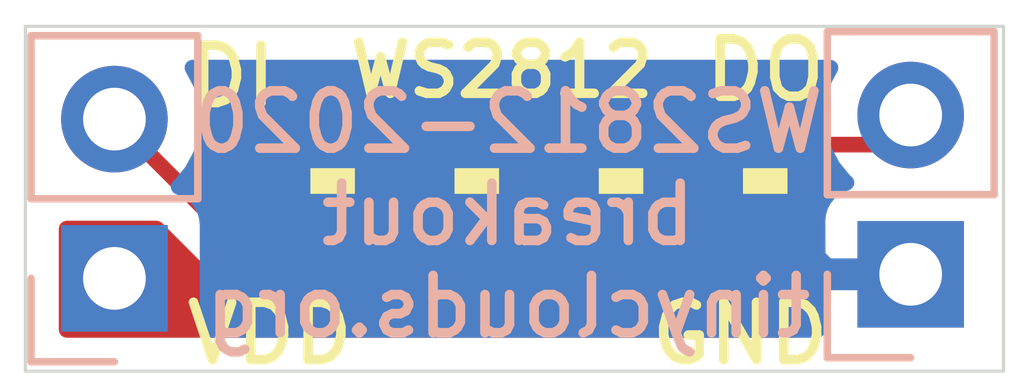
<source format=kicad_pcb>
(kicad_pcb (version 20171130) (host pcbnew "(5.1.4-0-10_14)")

  (general
    (thickness 1.6)
    (drawings 10)
    (tracks 10)
    (zones 0)
    (modules 6)
    (nets 8)
  )

  (page A4)
  (layers
    (0 F.Cu signal)
    (31 B.Cu signal)
    (32 B.Adhes user)
    (33 F.Adhes user)
    (34 B.Paste user)
    (35 F.Paste user)
    (36 B.SilkS user)
    (37 F.SilkS user)
    (38 B.Mask user)
    (39 F.Mask user)
    (40 Dwgs.User user)
    (41 Cmts.User user)
    (42 Eco1.User user)
    (43 Eco2.User user)
    (44 Edge.Cuts user)
    (45 Margin user)
    (46 B.CrtYd user hide)
    (47 F.CrtYd user)
    (48 B.Fab user hide)
    (49 F.Fab user hide)
  )

  (setup
    (last_trace_width 0.25)
    (trace_clearance 0.2)
    (zone_clearance 0.508)
    (zone_45_only no)
    (trace_min 0.2)
    (via_size 0.8)
    (via_drill 0.4)
    (via_min_size 0.4)
    (via_min_drill 0.3)
    (uvia_size 0.3)
    (uvia_drill 0.1)
    (uvias_allowed no)
    (uvia_min_size 0.2)
    (uvia_min_drill 0.1)
    (edge_width 0.05)
    (segment_width 0.2)
    (pcb_text_width 0.3)
    (pcb_text_size 1.5 1.5)
    (mod_edge_width 0.12)
    (mod_text_size 1 1)
    (mod_text_width 0.15)
    (pad_size 1.7 1.7)
    (pad_drill 1)
    (pad_to_mask_clearance 0.051)
    (solder_mask_min_width 0.25)
    (aux_axis_origin 0 0)
    (visible_elements FFFFFF7F)
    (pcbplotparams
      (layerselection 0x010fc_ffffffff)
      (usegerberextensions false)
      (usegerberattributes false)
      (usegerberadvancedattributes false)
      (creategerberjobfile false)
      (excludeedgelayer true)
      (linewidth 0.100000)
      (plotframeref false)
      (viasonmask false)
      (mode 1)
      (useauxorigin false)
      (hpglpennumber 1)
      (hpglpenspeed 20)
      (hpglpendiameter 15.000000)
      (psnegative false)
      (psa4output false)
      (plotreference true)
      (plotvalue true)
      (plotinvisibletext false)
      (padsonsilk false)
      (subtractmaskfromsilk false)
      (outputformat 1)
      (mirror false)
      (drillshape 0)
      (scaleselection 1)
      (outputdirectory "gerber/"))
  )

  (net 0 "")
  (net 1 "Net-(D1-Pad3)")
  (net 2 "Net-(D1-Pad4)")
  (net 3 "Net-(D1-Pad1)")
  (net 4 "Net-(D1-Pad2)")
  (net 5 "Net-(D2-Pad1)")
  (net 6 "Net-(D3-Pad1)")
  (net 7 "Net-(D4-Pad1)")

  (net_class Default "This is the default net class."
    (clearance 0.2)
    (trace_width 0.25)
    (via_dia 0.8)
    (via_drill 0.4)
    (uvia_dia 0.3)
    (uvia_drill 0.1)
    (add_net "Net-(D1-Pad1)")
    (add_net "Net-(D1-Pad2)")
    (add_net "Net-(D1-Pad3)")
    (add_net "Net-(D1-Pad4)")
    (add_net "Net-(D2-Pad1)")
    (add_net "Net-(D3-Pad1)")
    (add_net "Net-(D4-Pad1)")
  )

  (module Connector_PinHeader_2.54mm:PinHeader_1x02_P2.54mm_Vertical (layer B.Cu) (tedit 59FED5CC) (tstamp 5DCE15AC)
    (at 45.72 33.655)
    (descr "Through hole straight pin header, 1x02, 2.54mm pitch, single row")
    (tags "Through hole pin header THT 1x02 2.54mm single row")
    (path /5DD5269B)
    (fp_text reference J2 (at 0 2.77) (layer B.Fab)
      (effects (font (size 1 1) (thickness 0.15)) (justify mirror))
    )
    (fp_text value Conn_01x02 (at 0 -5.31) (layer B.Fab)
      (effects (font (size 1 1) (thickness 0.15)) (justify mirror))
    )
    (fp_text user %R (at 0 -1.27 -90) (layer B.Fab)
      (effects (font (size 1 1) (thickness 0.15)) (justify mirror))
    )
    (fp_line (start 1.8 1.8) (end -1.8 1.8) (layer B.CrtYd) (width 0.05))
    (fp_line (start 1.8 -4.35) (end 1.8 1.8) (layer B.CrtYd) (width 0.05))
    (fp_line (start -1.8 -4.35) (end 1.8 -4.35) (layer B.CrtYd) (width 0.05))
    (fp_line (start -1.8 1.8) (end -1.8 -4.35) (layer B.CrtYd) (width 0.05))
    (fp_line (start -1.33 1.33) (end 0 1.33) (layer B.SilkS) (width 0.12))
    (fp_line (start -1.33 0) (end -1.33 1.33) (layer B.SilkS) (width 0.12))
    (fp_line (start -1.33 -1.27) (end 1.33 -1.27) (layer B.SilkS) (width 0.12))
    (fp_line (start 1.33 -1.27) (end 1.33 -3.87) (layer B.SilkS) (width 0.12))
    (fp_line (start -1.33 -1.27) (end -1.33 -3.87) (layer B.SilkS) (width 0.12))
    (fp_line (start -1.33 -3.87) (end 1.33 -3.87) (layer B.SilkS) (width 0.12))
    (fp_line (start -1.27 0.635) (end -0.635 1.27) (layer B.Fab) (width 0.1))
    (fp_line (start -1.27 -3.81) (end -1.27 0.635) (layer B.Fab) (width 0.1))
    (fp_line (start 1.27 -3.81) (end -1.27 -3.81) (layer B.Fab) (width 0.1))
    (fp_line (start 1.27 1.27) (end 1.27 -3.81) (layer B.Fab) (width 0.1))
    (fp_line (start -0.635 1.27) (end 1.27 1.27) (layer B.Fab) (width 0.1))
    (pad 2 thru_hole oval (at 0 -2.54) (size 1.7 1.7) (drill 1) (layers *.Cu *.Mask)
      (net 7 "Net-(D4-Pad1)"))
    (pad 1 thru_hole rect (at 0 0) (size 1.7 1.7) (drill 1) (layers *.Cu *.Mask)
      (net 4 "Net-(D1-Pad2)"))
    (model ${KISYS3DMOD}/Connector_PinHeader_2.54mm.3dshapes/PinHeader_1x02_P2.54mm_Vertical.wrl
      (at (xyz 0 0 0))
      (scale (xyz 1 1 1))
      (rotate (xyz 0 0 0))
    )
  )

  (module Connector_PinHeader_2.54mm:PinHeader_1x02_P2.54mm_Vertical (layer B.Cu) (tedit 59FED5CC) (tstamp 5DCDDCB3)
    (at 33.02 33.72)
    (descr "Through hole straight pin header, 1x02, 2.54mm pitch, single row")
    (tags "Through hole pin header THT 1x02 2.54mm single row")
    (path /5DD51DC0)
    (fp_text reference J1 (at 0 2.77) (layer B.Fab)
      (effects (font (size 1 1) (thickness 0.15)) (justify mirror))
    )
    (fp_text value Conn_01x02 (at 0 -5.31) (layer B.Fab)
      (effects (font (size 1 1) (thickness 0.15)) (justify mirror))
    )
    (fp_text user %R (at 0 -1.27 -90) (layer B.Fab)
      (effects (font (size 1 1) (thickness 0.15)) (justify mirror))
    )
    (fp_line (start 1.8 1.8) (end -1.8 1.8) (layer B.CrtYd) (width 0.05))
    (fp_line (start 1.8 -4.35) (end 1.8 1.8) (layer B.CrtYd) (width 0.05))
    (fp_line (start -1.8 -4.35) (end 1.8 -4.35) (layer B.CrtYd) (width 0.05))
    (fp_line (start -1.8 1.8) (end -1.8 -4.35) (layer B.CrtYd) (width 0.05))
    (fp_line (start -1.33 1.33) (end 0 1.33) (layer B.SilkS) (width 0.12))
    (fp_line (start -1.33 0) (end -1.33 1.33) (layer B.SilkS) (width 0.12))
    (fp_line (start -1.33 -1.27) (end 1.33 -1.27) (layer B.SilkS) (width 0.12))
    (fp_line (start 1.33 -1.27) (end 1.33 -3.87) (layer B.SilkS) (width 0.12))
    (fp_line (start -1.33 -1.27) (end -1.33 -3.87) (layer B.SilkS) (width 0.12))
    (fp_line (start -1.33 -3.87) (end 1.33 -3.87) (layer B.SilkS) (width 0.12))
    (fp_line (start -1.27 0.635) (end -0.635 1.27) (layer B.Fab) (width 0.1))
    (fp_line (start -1.27 -3.81) (end -1.27 0.635) (layer B.Fab) (width 0.1))
    (fp_line (start 1.27 -3.81) (end -1.27 -3.81) (layer B.Fab) (width 0.1))
    (fp_line (start 1.27 1.27) (end 1.27 -3.81) (layer B.Fab) (width 0.1))
    (fp_line (start -0.635 1.27) (end 1.27 1.27) (layer B.Fab) (width 0.1))
    (pad 2 thru_hole oval (at 0 -2.54) (size 1.7 1.7) (drill 1) (layers *.Cu *.Mask)
      (net 1 "Net-(D1-Pad3)"))
    (pad 1 thru_hole rect (at 0 0) (size 1.7 1.7) (drill 1) (layers *.Cu *.Mask)
      (net 2 "Net-(D1-Pad4)"))
    (model ${KISYS3DMOD}/Connector_PinHeader_2.54mm.3dshapes/PinHeader_1x02_P2.54mm_Vertical.wrl
      (at (xyz 0 0 0))
      (scale (xyz 1 1 1))
      (rotate (xyz 0 0 0))
    )
  )

  (module LED_SMD:WS2812-2020-2.00mmx2.20mm (layer F.Cu) (tedit 5DCDCE00) (tstamp 5DCE155E)
    (at 37.25 33.767 90)
    (path /5DD39655)
    (fp_text reference D2 (at 4.95 1.2 90) (layer F.Fab)
      (effects (font (size 1 1) (thickness 0.15)))
    )
    (fp_text value WS2812-2020 (at 0.95 3.16 90) (layer F.Fab)
      (effects (font (size 1 1) (thickness 0.15)))
    )
    (fp_line (start -0.1 -0.1) (end 2.63 -0.1) (layer F.CrtYd) (width 0.1))
    (fp_line (start -0.1 2.1) (end 2.63 2.1) (layer F.CrtYd) (width 0.1))
    (fp_line (start 2.63 -0.1) (end 2.63 2.1) (layer F.CrtYd) (width 0.1))
    (fp_line (start -0.1 -0.1) (end -0.1 2.1) (layer F.CrtYd) (width 0.1))
    (fp_poly (pts (xy 1.4 1.9) (xy 1.8 1.9) (xy 1.8 1.2) (xy 1.4 1.2)) (layer F.SilkS) (width 0.01))
    (fp_line (start 0.15 2) (end 2.35 2) (layer F.Fab) (width 0.01))
    (fp_line (start 0.15 0.01) (end 0.15 2) (layer F.Fab) (width 0.01))
    (fp_line (start 2.35 0.01) (end 0.15 0.01) (layer F.Fab) (width 0.01))
    (fp_line (start 2.35 2) (end 2.35 0.01) (layer F.Fab) (width 0.01))
    (pad 3 smd rect (at 0.35 0.45 90) (size 0.7 0.7) (layers F.Cu F.Paste F.Mask)
      (net 3 "Net-(D1-Pad1)"))
    (pad 4 smd rect (at 0.35 1.55 90) (size 0.7 0.7) (layers F.Cu F.Paste F.Mask)
      (net 2 "Net-(D1-Pad4)"))
    (pad 1 smd rect (at 2.18 1.55 90) (size 0.7 0.7) (layers F.Cu F.Paste F.Mask)
      (net 5 "Net-(D2-Pad1)"))
    (pad 2 smd rect (at 2.18 0.45 90) (size 0.7 0.7) (layers F.Cu F.Paste F.Mask)
      (net 4 "Net-(D1-Pad2)"))
  )

  (module LED_SMD:WS2812-2020-2.00mmx2.20mm (layer F.Cu) (tedit 5DCDCE00) (tstamp 5DCE154D)
    (at 34.95 33.767 90)
    (path /5DD38BD1)
    (fp_text reference D1 (at 4.95 1.2 90) (layer F.Fab)
      (effects (font (size 1 1) (thickness 0.15)))
    )
    (fp_text value WS2812-2020 (at 0.95 3.16 90) (layer F.Fab)
      (effects (font (size 1 1) (thickness 0.15)))
    )
    (fp_line (start -0.1 -0.1) (end 2.63 -0.1) (layer F.CrtYd) (width 0.1))
    (fp_line (start -0.1 2.1) (end 2.63 2.1) (layer F.CrtYd) (width 0.1))
    (fp_line (start 2.63 -0.1) (end 2.63 2.1) (layer F.CrtYd) (width 0.1))
    (fp_line (start -0.1 -0.1) (end -0.1 2.1) (layer F.CrtYd) (width 0.1))
    (fp_poly (pts (xy 1.4 1.9) (xy 1.8 1.9) (xy 1.8 1.2) (xy 1.4 1.2)) (layer F.SilkS) (width 0.01))
    (fp_line (start 0.15 2) (end 2.35 2) (layer F.Fab) (width 0.01))
    (fp_line (start 0.15 0.01) (end 0.15 2) (layer F.Fab) (width 0.01))
    (fp_line (start 2.35 0.01) (end 0.15 0.01) (layer F.Fab) (width 0.01))
    (fp_line (start 2.35 2) (end 2.35 0.01) (layer F.Fab) (width 0.01))
    (pad 3 smd rect (at 0.35 0.45 90) (size 0.7 0.7) (layers F.Cu F.Paste F.Mask)
      (net 1 "Net-(D1-Pad3)"))
    (pad 4 smd rect (at 0.35 1.55 90) (size 0.7 0.7) (layers F.Cu F.Paste F.Mask)
      (net 2 "Net-(D1-Pad4)"))
    (pad 1 smd rect (at 2.18 1.55 90) (size 0.7 0.7) (layers F.Cu F.Paste F.Mask)
      (net 3 "Net-(D1-Pad1)"))
    (pad 2 smd rect (at 2.18 0.45 90) (size 0.7 0.7) (layers F.Cu F.Paste F.Mask)
      (net 4 "Net-(D1-Pad2)"))
  )

  (module LED_SMD:WS2812-2020-2.00mmx2.20mm (layer F.Cu) (tedit 5DCDCE00) (tstamp 5DCDDC66)
    (at 41.85 33.767 90)
    (path /5DD3CD57)
    (fp_text reference D4 (at 4.95 1.2 90) (layer F.Fab)
      (effects (font (size 1 1) (thickness 0.15)))
    )
    (fp_text value WS2812-2020 (at 0.95 3.16 90) (layer F.Fab)
      (effects (font (size 1 1) (thickness 0.15)))
    )
    (fp_line (start -0.1 -0.1) (end 2.63 -0.1) (layer F.CrtYd) (width 0.1))
    (fp_line (start -0.1 2.1) (end 2.63 2.1) (layer F.CrtYd) (width 0.1))
    (fp_line (start 2.63 -0.1) (end 2.63 2.1) (layer F.CrtYd) (width 0.1))
    (fp_line (start -0.1 -0.1) (end -0.1 2.1) (layer F.CrtYd) (width 0.1))
    (fp_poly (pts (xy 1.4 1.9) (xy 1.8 1.9) (xy 1.8 1.2) (xy 1.4 1.2)) (layer F.SilkS) (width 0.01))
    (fp_line (start 0.15 2) (end 2.35 2) (layer F.Fab) (width 0.01))
    (fp_line (start 0.15 0.01) (end 0.15 2) (layer F.Fab) (width 0.01))
    (fp_line (start 2.35 0.01) (end 0.15 0.01) (layer F.Fab) (width 0.01))
    (fp_line (start 2.35 2) (end 2.35 0.01) (layer F.Fab) (width 0.01))
    (pad 3 smd rect (at 0.35 0.45 90) (size 0.7 0.7) (layers F.Cu F.Paste F.Mask)
      (net 6 "Net-(D3-Pad1)"))
    (pad 4 smd rect (at 0.35 1.55 90) (size 0.7 0.7) (layers F.Cu F.Paste F.Mask)
      (net 2 "Net-(D1-Pad4)"))
    (pad 1 smd rect (at 2.18 1.55 90) (size 0.7 0.7) (layers F.Cu F.Paste F.Mask)
      (net 7 "Net-(D4-Pad1)"))
    (pad 2 smd rect (at 2.18 0.45 90) (size 0.7 0.7) (layers F.Cu F.Paste F.Mask)
      (net 4 "Net-(D1-Pad2)"))
  )

  (module LED_SMD:WS2812-2020-2.00mmx2.20mm (layer F.Cu) (tedit 5DCDCE00) (tstamp 5DCDDC23)
    (at 39.55 33.767 90)
    (path /5DD3CD51)
    (fp_text reference D3 (at 4.95 1.2 90) (layer F.Fab)
      (effects (font (size 1 1) (thickness 0.15)))
    )
    (fp_text value WS2812-2020 (at 0.95 3.16 90) (layer F.Fab)
      (effects (font (size 1 1) (thickness 0.15)))
    )
    (fp_line (start -0.1 -0.1) (end 2.63 -0.1) (layer F.CrtYd) (width 0.1))
    (fp_line (start -0.1 2.1) (end 2.63 2.1) (layer F.CrtYd) (width 0.1))
    (fp_line (start 2.63 -0.1) (end 2.63 2.1) (layer F.CrtYd) (width 0.1))
    (fp_line (start -0.1 -0.1) (end -0.1 2.1) (layer F.CrtYd) (width 0.1))
    (fp_poly (pts (xy 1.4 1.9) (xy 1.8 1.9) (xy 1.8 1.2) (xy 1.4 1.2)) (layer F.SilkS) (width 0.01))
    (fp_line (start 0.15 2) (end 2.35 2) (layer F.Fab) (width 0.01))
    (fp_line (start 0.15 0.01) (end 0.15 2) (layer F.Fab) (width 0.01))
    (fp_line (start 2.35 0.01) (end 0.15 0.01) (layer F.Fab) (width 0.01))
    (fp_line (start 2.35 2) (end 2.35 0.01) (layer F.Fab) (width 0.01))
    (pad 3 smd rect (at 0.35 0.45 90) (size 0.7 0.7) (layers F.Cu F.Paste F.Mask)
      (net 5 "Net-(D2-Pad1)"))
    (pad 4 smd rect (at 0.35 1.55 90) (size 0.7 0.7) (layers F.Cu F.Paste F.Mask)
      (net 2 "Net-(D1-Pad4)"))
    (pad 1 smd rect (at 2.18 1.55 90) (size 0.7 0.7) (layers F.Cu F.Paste F.Mask)
      (net 6 "Net-(D3-Pad1)"))
    (pad 2 smd rect (at 2.18 0.45 90) (size 0.7 0.7) (layers F.Cu F.Paste F.Mask)
      (net 4 "Net-(D1-Pad2)"))
  )

  (gr_text "WS2812-2020\nbreakout\ntinyclouds.org" (at 39.3 32.7) (layer B.SilkS)
    (effects (font (size 0.9144 0.9144) (thickness 0.1524)) (justify mirror))
  )
  (gr_line (start 31.6 29.7) (end 31.6 35.2) (layer Edge.Cuts) (width 0.05) (tstamp 5DCDDD3A))
  (gr_line (start 47.2 29.7) (end 47.2 35.2) (layer Edge.Cuts) (width 0.05) (tstamp 5DCDDD37))
  (gr_line (start 31.6 35.2) (end 47.2 35.2) (layer Edge.Cuts) (width 0.05) (tstamp 5DCDDD34))
  (gr_line (start 31.6 29.7) (end 47.2 29.7) (layer Edge.Cuts) (width 0.05))
  (gr_text GND (at 43 34.6) (layer F.SilkS)
    (effects (font (size 0.9144 0.9144) (thickness 0.1524)))
  )
  (gr_text VDD (at 35.5 34.6) (layer F.SilkS)
    (effects (font (size 0.9144 0.9144) (thickness 0.1524)))
  )
  (gr_text DO (at 43.4 30.4) (layer F.SilkS)
    (effects (font (size 0.9144 0.9144) (thickness 0.1524)))
  )
  (gr_text "DI\n" (at 34.9 30.5) (layer F.SilkS)
    (effects (font (size 0.9144 0.9144) (thickness 0.1524)))
  )
  (gr_text WS2812 (at 39.2 30.4) (layer F.SilkS)
    (effects (font (size 0.8128 0.8128) (thickness 0.1524)))
  )

  (segment (start 35.257 33.417) (end 35.4 33.417) (width 0.25) (layer F.Cu) (net 1))
  (segment (start 33.02 31.18) (end 35.257 33.417) (width 0.25) (layer F.Cu) (net 1))
  (segment (start 36.5 32.217) (end 37.7 33.417) (width 0.25) (layer F.Cu) (net 3))
  (segment (start 36.5 31.587) (end 36.5 32.217) (width 0.25) (layer F.Cu) (net 3))
  (segment (start 38.8 32.217) (end 40 33.417) (width 0.25) (layer F.Cu) (net 5))
  (segment (start 38.8 31.587) (end 38.8 32.217) (width 0.25) (layer F.Cu) (net 5))
  (segment (start 41.1 32.217) (end 42.3 33.417) (width 0.25) (layer F.Cu) (net 6))
  (segment (start 41.1 31.587) (end 41.1 32.217) (width 0.25) (layer F.Cu) (net 6))
  (segment (start 45.248 31.587) (end 45.72 31.115) (width 0.25) (layer F.Cu) (net 7))
  (segment (start 43.4 31.587) (end 45.248 31.587) (width 0.25) (layer F.Cu) (net 7))

  (zone (net 4) (net_name "Net-(D1-Pad2)") (layer B.Cu) (tstamp 5DCDE4C0) (hatch edge 0.508)
    (connect_pads (clearance 0.508))
    (min_thickness 0.254)
    (fill yes (arc_segments 32) (thermal_gap 0.508) (thermal_bridge_width 0.508))
    (polygon
      (pts
        (xy 31.6 29.7) (xy 31.6 35.2) (xy 47.2 35.2) (xy 47.2 29.7)
      )
    )
    (filled_polygon
      (pts
        (xy 44.341401 30.543966) (xy 44.256487 30.823889) (xy 44.227815 31.115) (xy 44.256487 31.406111) (xy 44.341401 31.686034)
        (xy 44.479294 31.944014) (xy 44.664866 32.170134) (xy 44.694687 32.194607) (xy 44.62582 32.215498) (xy 44.515506 32.274463)
        (xy 44.418815 32.353815) (xy 44.339463 32.450506) (xy 44.280498 32.56082) (xy 44.244188 32.680518) (xy 44.231928 32.805)
        (xy 44.235 33.36925) (xy 44.39375 33.528) (xy 45.593 33.528) (xy 45.593 33.508) (xy 45.847 33.508)
        (xy 45.847 33.528) (xy 45.867 33.528) (xy 45.867 33.782) (xy 45.847 33.782) (xy 45.847 33.802)
        (xy 45.593 33.802) (xy 45.593 33.782) (xy 44.39375 33.782) (xy 44.235 33.94075) (xy 44.231928 34.505)
        (xy 44.235375 34.54) (xy 34.508072 34.54) (xy 34.508072 32.87) (xy 34.495812 32.745518) (xy 34.459502 32.62582)
        (xy 34.400537 32.515506) (xy 34.321185 32.418815) (xy 34.224494 32.339463) (xy 34.11418 32.280498) (xy 34.045313 32.259607)
        (xy 34.075134 32.235134) (xy 34.260706 32.009014) (xy 34.398599 31.751034) (xy 34.483513 31.471111) (xy 34.512185 31.18)
        (xy 34.483513 30.888889) (xy 34.398599 30.608966) (xy 34.265524 30.36) (xy 44.439733 30.36)
      )
    )
  )
  (zone (net 2) (net_name "Net-(D1-Pad4)") (layer F.Cu) (tstamp 5DCDE4BD) (hatch edge 0.508)
    (connect_pads yes (clearance 0.508))
    (min_thickness 0.254)
    (fill yes (arc_segments 32) (thermal_gap 0.508) (thermal_bridge_width 0.508))
    (polygon
      (pts
        (xy 31.6 32.8) (xy 31.6 35.2) (xy 44 35.2) (xy 44 32.8)
      )
    )
    (filled_polygon
      (pts
        (xy 34.411928 33.64673) (xy 34.411928 33.767) (xy 34.424188 33.891482) (xy 34.460498 34.01118) (xy 34.519463 34.121494)
        (xy 34.598815 34.218185) (xy 34.695506 34.297537) (xy 34.80582 34.356502) (xy 34.925518 34.392812) (xy 35.05 34.405072)
        (xy 35.75 34.405072) (xy 35.874482 34.392812) (xy 35.99418 34.356502) (xy 36.104494 34.297537) (xy 36.201185 34.218185)
        (xy 36.280537 34.121494) (xy 36.339502 34.01118) (xy 36.375812 33.891482) (xy 36.388072 33.767) (xy 36.388072 33.179873)
        (xy 36.711928 33.50373) (xy 36.711928 33.767) (xy 36.724188 33.891482) (xy 36.760498 34.01118) (xy 36.819463 34.121494)
        (xy 36.898815 34.218185) (xy 36.995506 34.297537) (xy 37.10582 34.356502) (xy 37.225518 34.392812) (xy 37.35 34.405072)
        (xy 38.05 34.405072) (xy 38.174482 34.392812) (xy 38.29418 34.356502) (xy 38.404494 34.297537) (xy 38.501185 34.218185)
        (xy 38.580537 34.121494) (xy 38.639502 34.01118) (xy 38.675812 33.891482) (xy 38.688072 33.767) (xy 38.688072 33.179873)
        (xy 39.011928 33.50373) (xy 39.011928 33.767) (xy 39.024188 33.891482) (xy 39.060498 34.01118) (xy 39.119463 34.121494)
        (xy 39.198815 34.218185) (xy 39.295506 34.297537) (xy 39.40582 34.356502) (xy 39.525518 34.392812) (xy 39.65 34.405072)
        (xy 40.35 34.405072) (xy 40.474482 34.392812) (xy 40.59418 34.356502) (xy 40.704494 34.297537) (xy 40.801185 34.218185)
        (xy 40.880537 34.121494) (xy 40.939502 34.01118) (xy 40.975812 33.891482) (xy 40.988072 33.767) (xy 40.988072 33.179873)
        (xy 41.311928 33.50373) (xy 41.311928 33.767) (xy 41.324188 33.891482) (xy 41.360498 34.01118) (xy 41.419463 34.121494)
        (xy 41.498815 34.218185) (xy 41.595506 34.297537) (xy 41.70582 34.356502) (xy 41.825518 34.392812) (xy 41.95 34.405072)
        (xy 42.65 34.405072) (xy 42.774482 34.392812) (xy 42.89418 34.356502) (xy 43.004494 34.297537) (xy 43.101185 34.218185)
        (xy 43.180537 34.121494) (xy 43.239502 34.01118) (xy 43.275812 33.891482) (xy 43.288072 33.767) (xy 43.288072 33.067)
        (xy 43.275812 32.942518) (xy 43.271105 32.927) (xy 43.873 32.927) (xy 43.873 34.54) (xy 32.26 34.54)
        (xy 32.26 32.927) (xy 33.692199 32.927)
      )
    )
  )
)

</source>
